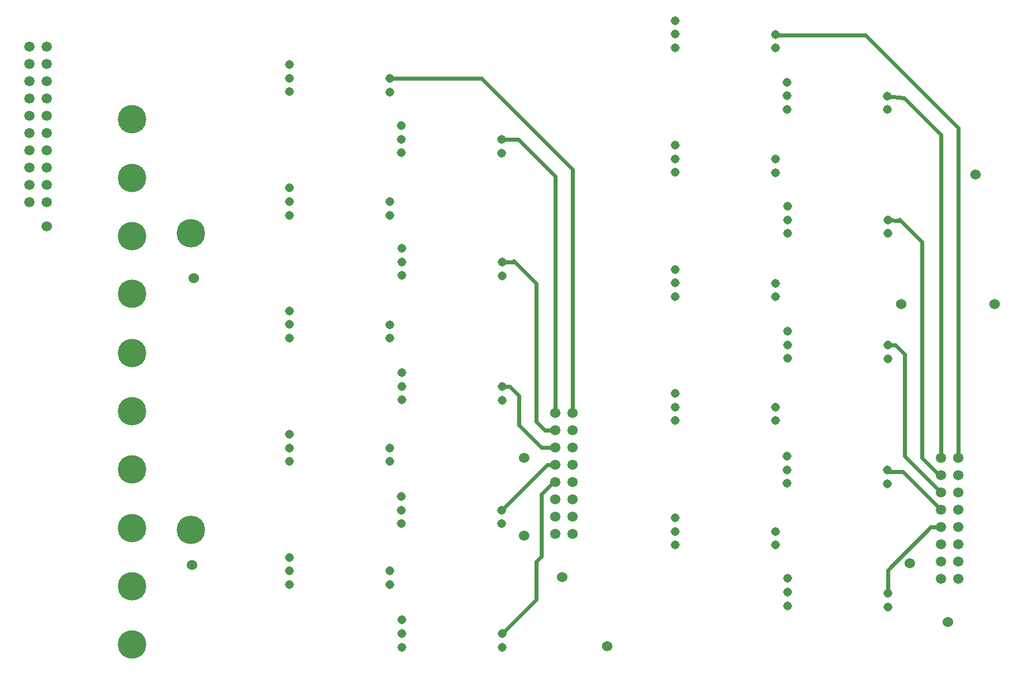
<source format=gbr>
G04 EAGLE Gerber RS-274X export*
G75*
%MOMM*%
%FSLAX34Y34*%
%LPD*%
%INCopper Layer 15*%
%IPPOS*%
%AMOC8*
5,1,8,0,0,1.08239X$1,22.5*%
G01*
G04 Define Apertures*
%ADD10C,1.508000*%
%ADD11C,1.524000*%
%ADD12C,1.308000*%
%ADD13C,4.191000*%
%ADD14C,0.609600*%
D10*
X27940Y934720D03*
X53340Y934720D03*
X27940Y909320D03*
X53340Y909320D03*
X27940Y883920D03*
X53340Y883920D03*
X27940Y858520D03*
X53340Y858520D03*
X27940Y833120D03*
X53340Y833120D03*
X27940Y807720D03*
X53340Y807720D03*
X27940Y782320D03*
X53340Y782320D03*
X27940Y756920D03*
X53340Y756920D03*
X27940Y731520D03*
X53340Y731520D03*
X27940Y706120D03*
X53340Y706120D03*
D11*
X266700Y172720D03*
X269240Y594360D03*
X53340Y670560D03*
D10*
X825500Y396240D03*
X800100Y396240D03*
X825500Y370840D03*
X800100Y370840D03*
X825500Y345440D03*
X800100Y345440D03*
X825500Y320040D03*
X800100Y320040D03*
X825500Y294640D03*
X800100Y294640D03*
X825500Y269240D03*
X800100Y269240D03*
X825500Y243840D03*
X800100Y243840D03*
X825500Y218440D03*
X800100Y218440D03*
D12*
X721614Y51976D03*
X721614Y71976D03*
X556514Y144178D03*
X556514Y164178D03*
X721360Y233586D03*
X721360Y253586D03*
X556514Y325026D03*
X556514Y345026D03*
X721614Y415450D03*
X721614Y435450D03*
X556768Y506382D03*
X556768Y526382D03*
X721614Y598330D03*
X721614Y618330D03*
X556768Y686976D03*
X556768Y706976D03*
X721360Y778670D03*
X721360Y798670D03*
X557022Y868332D03*
X557022Y888332D03*
X409702Y868492D03*
X409702Y888492D03*
X409702Y908492D03*
X574040Y778830D03*
X574040Y798830D03*
X574040Y818830D03*
X409448Y687136D03*
X409448Y707136D03*
X409448Y727136D03*
X574294Y598490D03*
X574294Y618490D03*
X574294Y638490D03*
X409448Y506542D03*
X409448Y526542D03*
X409448Y546542D03*
X574294Y415610D03*
X574294Y435610D03*
X574294Y455610D03*
X409194Y325186D03*
X409194Y345186D03*
X409194Y365186D03*
X574040Y233746D03*
X574040Y253746D03*
X574040Y273746D03*
X409194Y144338D03*
X409194Y164338D03*
X409194Y184338D03*
X574294Y52136D03*
X574294Y72136D03*
X574294Y92136D03*
D11*
X810260Y154940D03*
X754380Y330200D03*
X876300Y53340D03*
X754380Y215900D03*
D10*
X1391920Y330200D03*
X1366520Y330200D03*
X1391920Y304800D03*
X1366520Y304800D03*
X1391920Y279400D03*
X1366520Y279400D03*
X1391920Y254000D03*
X1366520Y254000D03*
X1391920Y228600D03*
X1366520Y228600D03*
X1391920Y203200D03*
X1366520Y203200D03*
X1391920Y177800D03*
X1366520Y177800D03*
X1391920Y152400D03*
X1366520Y152400D03*
D12*
X1288034Y111302D03*
X1288034Y131302D03*
X1122934Y202281D03*
X1122934Y222281D03*
X1287780Y292641D03*
X1287780Y312641D03*
X1122934Y385034D03*
X1122934Y405034D03*
X1288034Y476410D03*
X1288034Y496410D03*
X1123188Y567342D03*
X1123188Y587342D03*
X1288034Y660243D03*
X1288034Y680243D03*
X1123188Y749841D03*
X1123188Y769841D03*
X1287780Y842488D03*
X1287780Y862488D03*
X1123442Y933102D03*
X1123442Y953102D03*
X976122Y933262D03*
X976122Y953262D03*
X976122Y973262D03*
X1140460Y842648D03*
X1140460Y862648D03*
X1140460Y882648D03*
X975868Y750001D03*
X975868Y770001D03*
X975868Y790001D03*
X1140714Y660403D03*
X1140714Y680403D03*
X1140714Y700403D03*
X975868Y567502D03*
X975868Y587502D03*
X975868Y607502D03*
X1140714Y476570D03*
X1140714Y496570D03*
X1140714Y516570D03*
X975614Y385194D03*
X975614Y405194D03*
X975614Y425194D03*
X1140460Y292801D03*
X1140460Y312801D03*
X1140460Y332801D03*
X975614Y202441D03*
X975614Y222441D03*
X975614Y242441D03*
X1140714Y113096D03*
X1140714Y133096D03*
X1140714Y153096D03*
D11*
X1376680Y88900D03*
X1445260Y556260D03*
X1417320Y746760D03*
X1320800Y175260D03*
X1308100Y556260D03*
D13*
X178054Y828040D03*
X178054Y742128D03*
X178054Y656337D03*
X178054Y571342D03*
X178054Y484756D03*
X178054Y398966D03*
X178054Y313175D03*
X178054Y227386D03*
X178054Y141596D03*
X178054Y55806D03*
X264668Y660830D03*
X264668Y224998D03*
D14*
X721614Y71976D02*
X772160Y122522D01*
X772160Y177800D01*
X779780Y185420D01*
X779780Y276860D01*
X797560Y294640D01*
X800100Y294640D01*
X787814Y320040D02*
X721360Y253586D01*
X787814Y320040D02*
X800100Y320040D01*
X732950Y435450D02*
X721614Y435450D01*
X732950Y435450D02*
X746760Y421640D01*
X746760Y378460D01*
X779780Y345440D01*
X800100Y345440D01*
X737710Y618330D02*
X721614Y618330D01*
X737710Y618330D02*
X739140Y619760D01*
X772160Y586740D01*
X772160Y383540D01*
X784860Y370840D02*
X800100Y370840D01*
X784860Y370840D02*
X772160Y383540D01*
X745650Y798670D02*
X721360Y798670D01*
X745650Y798670D02*
X800100Y744220D01*
X800100Y396240D01*
X691548Y888332D02*
X557022Y888332D01*
X691548Y888332D02*
X825500Y754380D01*
X825500Y396240D01*
X1351128Y228600D02*
X1351131Y228451D01*
X1351128Y228600D02*
X1366520Y228600D01*
X1351131Y228451D02*
X1288034Y165354D01*
X1288034Y131302D01*
X1290320Y310101D02*
X1310419Y310101D01*
X1290320Y310101D02*
X1287780Y312641D01*
X1310419Y310101D02*
X1366520Y254000D01*
X1299370Y496410D02*
X1288034Y496410D01*
X1299370Y496410D02*
X1313180Y482600D01*
X1313180Y332740D01*
X1366520Y279400D01*
X1304130Y679290D02*
X1288034Y680243D01*
X1304130Y679290D02*
X1305560Y680720D01*
X1338580Y647700D01*
X1338580Y330200D01*
X1363980Y304800D02*
X1366520Y304800D01*
X1363980Y304800D02*
X1338580Y330200D01*
X1312070Y859630D02*
X1287780Y862488D01*
X1312070Y859630D02*
X1366520Y805180D01*
X1366520Y330200D01*
X1255428Y951832D02*
X1128522Y951832D01*
X1123442Y953102D01*
X1255428Y951832D02*
X1391920Y815340D01*
X1391920Y330200D01*
M02*

</source>
